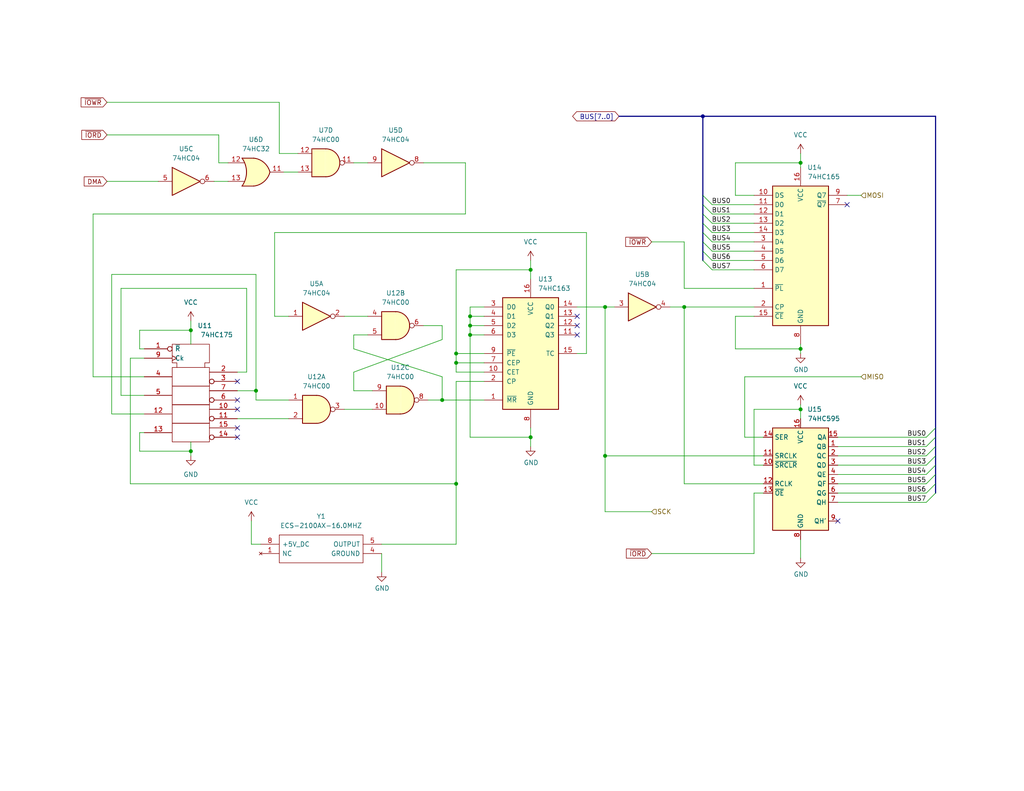
<source format=kicad_sch>
(kicad_sch (version 20211123) (generator eeschema)
  (paper "USLetter")
  (lib_symbols
    (symbol "74HCxx:74HC163" (pin_names (offset 1.016))
      (property "Reference" "U" (at -7.62 16.51 0))
      (property "Value" "74HC163" (at -7.62 -16.51 0))
      (symbol "74HC163_1_0"
        (pin input line (at -12.7 -12.7 0) (length 5.08) (name "~{MR}") (number "1"))
        (pin input line (at -12.7 -5.08 0) (length 5.08) (name "CET") (number "10"))
        (pin output line (at 12.7 5.08 180) (length 5.08) (name "Q3") (number "11"))
        (pin output line (at 12.7 7.62 180) (length 5.08) (name "Q2") (number "12"))
        (pin output line (at 12.7 10.16 180) (length 5.08) (name "Q1") (number "13"))
        (pin output line (at 12.7 12.7 180) (length 5.08) (name "Q0") (number "14"))
        (pin output line (at 12.7 0 180) (length 5.08) (name "TC") (number "15"))
        (pin power_in line (at 0 20.32 270) (length 5.08) (name "VCC") (number "16"))
        (pin input line (at -12.7 -7.62 0) (length 5.08) (name "CP") (number "2"))
        (pin input line (at -12.7 12.7 0) (length 5.08) (name "D0") (number "3"))
        (pin input line (at -12.7 10.16 0) (length 5.08) (name "D1") (number "4"))
        (pin input line (at -12.7 7.62 0) (length 5.08) (name "D2") (number "5"))
        (pin input line (at -12.7 5.08 0) (length 5.08) (name "D3") (number "6"))
        (pin input line (at -12.7 -2.54 0) (length 5.08) (name "CEP") (number "7"))
        (pin power_in line (at 0 -20.32 90) (length 5.08) (name "GND") (number "8"))
        (pin input line (at -12.7 0 0) (length 5.08) (name "~{PE}") (number "9"))
      )
      (symbol "74HC163_1_1"
        (rectangle (start -7.62 15.24) (end 7.62 -15.24) (stroke (width 0.254)) (fill (type background)))
      )
    )
    (symbol "74HCxx:74HC175" (pin_names (offset 0.762))
      (property "Reference" "U" (at 7.62 11.43 0))
      (property "Value" "74HC175" (at 7.62 -15.24 0))
      (symbol "74HC175_0_1"
        (rectangle (start -5.08 -8.89) (end 5.08 -13.97))
        (rectangle (start -5.08 1.27) (end 5.08 -3.81))
        (polyline (pts (xy -3.81 6.35) (xy -3.81 7.62) (xy -5.08 7.62) (xy -5.08 12.7) (xy 5.08 12.7) (xy 5.08 7.62) (xy 3.81 7.62) (xy 3.81 6.35) (xy 3.81 6.35)))
        (rectangle (start 5.08 -3.81) (end -5.08 -8.89))
        (rectangle (start 5.08 6.35) (end -5.08 1.27))
      )
      (symbol "74HC175_1_0"
        (pin input inverted (at -12.7 11.43 0) (length 7.62) (name "~{R}") (number "1"))
        (pin output line (at 12.7 -5.08 180) (length 7.62) (name "~") (number "10"))
        (pin output inverted (at 12.7 -7.62 180) (length 7.62) (name "~") (number "11"))
        (pin input line (at -12.7 -6.35 0) (length 7.62) (name "~") (number "12"))
        (pin input line (at -12.7 -11.43 0) (length 7.62) (name "~") (number "13"))
        (pin output inverted (at 12.7 -12.7 180) (length 7.62) (name "~") (number "14"))
        (pin output line (at 12.7 -10.16 180) (length 7.62) (name "~") (number "15"))
        (pin power_in line (at 0 12.7 270) (length 0) hide (name "Vdd") (number "16"))
        (pin output line (at 12.7 5.08 180) (length 7.62) (name "~") (number "2"))
        (pin output inverted (at 12.7 2.54 180) (length 7.62) (name "~") (number "3"))
        (pin input line (at -12.7 3.81 0) (length 7.62) (name "~") (number "4"))
        (pin input line (at -12.7 -1.27 0) (length 7.62) (name "~") (number "5"))
        (pin output inverted (at 12.7 -2.54 180) (length 7.62) (name "~") (number "6"))
        (pin output line (at 12.7 0 180) (length 7.62) (name "~") (number "7"))
        (pin power_in line (at 0 -13.97 270) (length 0) hide (name "Vss") (number "8"))
        (pin input clock (at -12.7 8.89 0) (length 7.62) (name "Ck") (number "9"))
      )
    )
    (symbol "74HCxx:74HC32" (pin_names (offset 1.016))
      (property "Reference" "U" (at 0 1.27 0))
      (property "Value" "74HC32" (at 0 -1.27 0))
      (symbol "74HC32_1_1"
        (arc (start -3.81 -3.81) (mid -2.589 0) (end -3.81 3.81) (stroke (width 0.254)))
        (arc (start -0.6096 -3.81) (mid 2.1842 -2.5851) (end 3.81 0) (stroke (width 0.254)) (fill (type background)))
        (polyline (pts (xy -3.81 -3.81) (xy -0.635 -3.81)) (stroke (width 0.254)) (fill (type background)))
        (polyline (pts (xy -3.81 3.81) (xy -0.635 3.81)) (stroke (width 0.254)) (fill (type background)))
        (polyline (pts (xy -0.635 3.81) (xy -3.81 3.81) (xy -3.81 3.81) (xy -3.556 3.4036) (xy -3.0226 2.2606) (xy -2.6924 1.0414) (xy -2.6162 -0.254) (xy -2.7686 -1.4986) (xy -3.175 -2.7178) (xy -3.81 -3.81) (xy -3.81 -3.81) (xy -0.635 -3.81)) (stroke (width -25.4)) (fill (type background)))
        (arc (start 3.81 0) (mid 2.1915 2.5936) (end -0.6096 3.81) (stroke (width 0.254)) (fill (type background)))
        (pin input line (at -7.62 2.54 0) (length 4.318) (name "~") (number "1"))
        (pin input line (at -7.62 -2.54 0) (length 4.318) (name "~") (number "2"))
        (pin output line (at 7.62 0 180) (length 3.81) (name "~") (number "3"))
      )
      (symbol "74HC32_1_2"
        (arc (start 0 -3.81) (mid 3.81 0) (end 0 3.81) (stroke (width 0.254)) (fill (type background)))
        (polyline (pts (xy 0 3.81) (xy -3.81 3.81) (xy -3.81 -3.81) (xy 0 -3.81)) (stroke (width 0.254)) (fill (type background)))
        (pin input inverted (at -7.62 2.54 0) (length 3.81) (name "~") (number "1"))
        (pin input inverted (at -7.62 -2.54 0) (length 3.81) (name "~") (number "2"))
        (pin output inverted (at 7.62 0 180) (length 3.81) (name "~") (number "3"))
      )
      (symbol "74HC32_2_1"
        (arc (start -3.81 -3.81) (mid -2.589 0) (end -3.81 3.81) (stroke (width 0.254)))
        (arc (start -0.6096 -3.81) (mid 2.1842 -2.5851) (end 3.81 0) (stroke (width 0.254)) (fill (type background)))
        (polyline (pts (xy -3.81 -3.81) (xy -0.635 -3.81)) (stroke (width 0.254)) (fill (type background)))
        (polyline (pts (xy -3.81 3.81) (xy -0.635 3.81)) (stroke (width 0.254)) (fill (type background)))
        (polyline (pts (xy -0.635 3.81) (xy -3.81 3.81) (xy -3.81 3.81) (xy -3.556 3.4036) (xy -3.0226 2.2606) (xy -2.6924 1.0414) (xy -2.6162 -0.254) (xy -2.7686 -1.4986) (xy -3.175 -2.7178) (xy -3.81 -3.81) (xy -3.81 -3.81) (xy -0.635 -3.81)) (stroke (width -25.4)) (fill (type background)))
        (arc (start 3.81 0) (mid 2.1915 2.5936) (end -0.6096 3.81) (stroke (width 0.254)) (fill (type background)))
        (pin input line (at -7.62 2.54 0) (length 4.318) (name "~") (number "4"))
        (pin input line (at -7.62 -2.54 0) (length 4.318) (name "~") (number "5"))
        (pin output line (at 7.62 0 180) (length 3.81) (name "~") (number "6"))
      )
      (symbol "74HC32_2_2"
        (arc (start 0 -3.81) (mid 3.81 0) (end 0 3.81) (stroke (width 0.254)) (fill (type background)))
        (polyline (pts (xy 0 3.81) (xy -3.81 3.81) (xy -3.81 -3.81) (xy 0 -3.81)) (stroke (width 0.254)) (fill (type background)))
        (pin input inverted (at -7.62 2.54 0) (length 3.81) (name "~") (number "4"))
        (pin input inverted (at -7.62 -2.54 0) (length 3.81) (name "~") (number "5"))
        (pin output inverted (at 7.62 0 180) (length 3.81) (name "~") (number "6"))
      )
      (symbol "74HC32_3_1"
        (arc (start -3.81 -3.81) (mid -2.589 0) (end -3.81 3.81) (stroke (width 0.254)))
        (arc (start -0.6096 -3.81) (mid 2.1842 -2.5851) (end 3.81 0) (stroke (width 0.254)) (fill (type background)))
        (polyline (pts (xy -3.81 -3.81) (xy -0.635 -3.81)) (stroke (width 0.254)) (fill (type background)))
        (polyline (pts (xy -3.81 3.81) (xy -0.635 3.81)) (stroke (width 0.254)) (fill (type background)))
        (polyline (pts (xy -0.635 3.81) (xy -3.81 3.81) (xy -3.81 3.81) (xy -3.556 3.4036) (xy -3.0226 2.2606) (xy -2.6924 1.0414) (xy -2.6162 -0.254) (xy -2.7686 -1.4986) (xy -3.175 -2.7178) (xy -3.81 -3.81) (xy -3.81 -3.81) (xy -0.635 -3.81)) (stroke (width -25.4)) (fill (type background)))
        (arc (start 3.81 0) (mid 2.1915 2.5936) (end -0.6096 3.81) (stroke (width 0.254)) (fill (type background)))
        (pin input line (at -7.62 -2.54 0) (length 4.318) (name "~") (number "10"))
        (pin output line (at 7.62 0 180) (length 3.81) (name "~") (number "8"))
        (pin input line (at -7.62 2.54 0) (length 4.318) (name "~") (number "9"))
      )
      (symbol "74HC32_3_2"
        (arc (start 0 -3.81) (mid 3.81 0) (end 0 3.81) (stroke (width 0.254)) (fill (type background)))
        (polyline (pts (xy 0 3.81) (xy -3.81 3.81) (xy -3.81 -3.81) (xy 0 -3.81)) (stroke (width 0.254)) (fill (type background)))
        (pin input inverted (at -7.62 -2.54 0) (length 3.81) (name "~") (number "10"))
        (pin output inverted (at 7.62 0 180) (length 3.81) (name "~") (number "8"))
        (pin input inverted (at -7.62 2.54 0) (length 3.81) (name "~") (number "9"))
      )
      (symbol "74HC32_4_1"
        (arc (start -3.81 -3.81) (mid -2.589 0) (end -3.81 3.81) (stroke (width 0.254)))
        (arc (start -0.6096 -3.81) (mid 2.1842 -2.5851) (end 3.81 0) (stroke (width 0.254)) (fill (type background)))
        (polyline (pts (xy -3.81 -3.81) (xy -0.635 -3.81)) (stroke (width 0.254)) (fill (type background)))
        (polyline (pts (xy -3.81 3.81) (xy -0.635 3.81)) (stroke (width 0.254)) (fill (type background)))
        (polyline (pts (xy -0.635 3.81) (xy -3.81 3.81) (xy -3.81 3.81) (xy -3.556 3.4036) (xy -3.0226 2.2606) (xy -2.6924 1.0414) (xy -2.6162 -0.254) (xy -2.7686 -1.4986) (xy -3.175 -2.7178) (xy -3.81 -3.81) (xy -3.81 -3.81) (xy -0.635 -3.81)) (stroke (width -25.4)) (fill (type background)))
        (arc (start 3.81 0) (mid 2.1915 2.5936) (end -0.6096 3.81) (stroke (width 0.254)) (fill (type background)))
        (pin output line (at 7.62 0 180) (length 3.81) (name "~") (number "11"))
        (pin input line (at -7.62 2.54 0) (length 4.318) (name "~") (number "12"))
        (pin input line (at -7.62 -2.54 0) (length 4.318) (name "~") (number "13"))
      )
      (symbol "74HC32_4_2"
        (arc (start 0 -3.81) (mid 3.81 0) (end 0 3.81) (stroke (width 0.254)) (fill (type background)))
        (polyline (pts (xy 0 3.81) (xy -3.81 3.81) (xy -3.81 -3.81) (xy 0 -3.81)) (stroke (width 0.254)) (fill (type background)))
        (pin output inverted (at 7.62 0 180) (length 3.81) (name "~") (number "11"))
        (pin input inverted (at -7.62 2.54 0) (length 3.81) (name "~") (number "12"))
        (pin input inverted (at -7.62 -2.54 0) (length 3.81) (name "~") (number "13"))
      )
      (symbol "74HC32_5_0"
        (pin power_in line (at 0 12.7 270) (length 5.08) (name "VCC") (number "14"))
        (pin power_in line (at 0 -12.7 90) (length 5.08) (name "GND") (number "7"))
      )
      (symbol "74HC32_5_1"
        (rectangle (start -5.08 7.62) (end 5.08 -7.62) (stroke (width 0.254)) (fill (type background)))
      )
    )
    (symbol "74xx:74HC00" (pin_names (offset 1.016))
      (property "Reference" "U" (at 0 1.27 0))
      (property "Value" "74HC00" (at 0 -1.27 0))
      (symbol "74HC00_1_1"
        (arc (start 0 -3.81) (mid 3.81 0) (end 0 3.81) (stroke (width 0.254)) (fill (type background)))
        (polyline (pts (xy 0 3.81) (xy -3.81 3.81) (xy -3.81 -3.81) (xy 0 -3.81)) (stroke (width 0.254)) (fill (type background)))
        (pin input line (at -7.62 2.54 0) (length 3.81) (name "~") (number "1"))
        (pin input line (at -7.62 -2.54 0) (length 3.81) (name "~") (number "2"))
        (pin output inverted (at 7.62 0 180) (length 3.81) (name "~") (number "3"))
      )
      (symbol "74HC00_1_2"
        (arc (start -3.81 -3.81) (mid -2.589 0) (end -3.81 3.81) (stroke (width 0.254)))
        (arc (start -0.6096 -3.81) (mid 2.1842 -2.5851) (end 3.81 0) (stroke (width 0.254)) (fill (type background)))
        (polyline (pts (xy -3.81 -3.81) (xy -0.635 -3.81)) (stroke (width 0.254)) (fill (type background)))
        (polyline (pts (xy -3.81 3.81) (xy -0.635 3.81)) (stroke (width 0.254)) (fill (type background)))
        (polyline (pts (xy -0.635 3.81) (xy -3.81 3.81) (xy -3.81 3.81) (xy -3.556 3.4036) (xy -3.0226 2.2606) (xy -2.6924 1.0414) (xy -2.6162 -0.254) (xy -2.7686 -1.4986) (xy -3.175 -2.7178) (xy -3.81 -3.81) (xy -3.81 -3.81) (xy -0.635 -3.81)) (stroke (width -25.4)) (fill (type background)))
        (arc (start 3.81 0) (mid 2.1915 2.5936) (end -0.6096 3.81) (stroke (width 0.254)) (fill (type background)))
        (pin input inverted (at -7.62 2.54 0) (length 4.318) (name "~") (number "1"))
        (pin input inverted (at -7.62 -2.54 0) (length 4.318) (name "~") (number "2"))
        (pin output line (at 7.62 0 180) (length 3.81) (name "~") (number "3"))
      )
      (symbol "74HC00_2_1"
        (arc (start 0 -3.81) (mid 3.81 0) (end 0 3.81) (stroke (width 0.254)) (fill (type background)))
        (polyline (pts (xy 0 3.81) (xy -3.81 3.81) (xy -3.81 -3.81) (xy 0 -3.81)) (stroke (width 0.254)) (fill (type background)))
        (pin input line (at -7.62 2.54 0) (length 3.81) (name "~") (number "4"))
        (pin input line (at -7.62 -2.54 0) (length 3.81) (name "~") (number "5"))
        (pin output inverted (at 7.62 0 180) (length 3.81) (name "~") (number "6"))
      )
      (symbol "74HC00_2_2"
        (arc (start -3.81 -3.81) (mid -2.589 0) (end -3.81 3.81) (stroke (width 0.254)))
        (arc (start -0.6096 -3.81) (mid 2.1842 -2.5851) (end 3.81 0) (stroke (width 0.254)) (fill (type background)))
        (polyline (pts (xy -3.81 -3.81) (xy -0.635 -3.81)) (stroke (width 0.254)) (fill (type background)))
        (polyline (pts (xy -3.81 3.81) (xy -0.635 3.81)) (stroke (width 0.254)) (fill (type background)))
        (polyline (pts (xy -0.635 3.81) (xy -3.81 3.81) (xy -3.81 3.81) (xy -3.556 3.4036) (xy -3.0226 2.2606) (xy -2.6924 1.0414) (xy -2.6162 -0.254) (xy -2.7686 -1.4986) (xy -3.175 -2.7178) (xy -3.81 -3.81) (xy -3.81 -3.81) (xy -0.635 -3.81)) (stroke (width -25.4)) (fill (type background)))
        (arc (start 3.81 0) (mid 2.1915 2.5936) (end -0.6096 3.81) (stroke (width 0.254)) (fill (type background)))
        (pin input inverted (at -7.62 2.54 0) (length 4.318) (name "~") (number "4"))
        (pin input inverted (at -7.62 -2.54 0) (length 4.318) (name "~") (number "5"))
        (pin output line (at 7.62 0 180) (length 3.81) (name "~") (number "6"))
      )
      (symbol "74HC00_3_1"
        (arc (start 0 -3.81) (mid 3.81 0) (end 0 3.81) (stroke (width 0.254)) (fill (type background)))
        (polyline (pts (xy 0 3.81) (xy -3.81 3.81) (xy -3.81 -3.81) (xy 0 -3.81)) (stroke (width 0.254)) (fill (type background)))
        (pin input line (at -7.62 -2.54 0) (length 3.81) (name "~") (number "10"))
        (pin output inverted (at 7.62 0 180) (length 3.81) (name "~") (number "8"))
        (pin input line (at -7.62 2.54 0) (length 3.81) (name "~") (number "9"))
      )
      (symbol "74HC00_3_2"
        (arc (start -3.81 -3.81) (mid -2.589 0) (end -3.81 3.81) (stroke (width 0.254)))
        (arc (start -0.6096 -3.81) (mid 2.1842 -2.5851) (end 3.81 0) (stroke (width 0.254)) (fill (type background)))
        (polyline (pts (xy -3.81 -3.81) (xy -0.635 -3.81)) (stroke (width 0.254)) (fill (type background)))
        (polyline (pts (xy -3.81 3.81) (xy -0.635 3.81)) (stroke (width 0.254)) (fill (type background)))
        (polyline (pts (xy -0.635 3.81) (xy -3.81 3.81) (xy -3.81 3.81) (xy -3.556 3.4036) (xy -3.0226 2.2606) (xy -2.6924 1.0414) (xy -2.6162 -0.254) (xy -2.7686 -1.4986) (xy -3.175 -2.7178) (xy -3.81 -3.81) (xy -3.81 -3.81) (xy -0.635 -3.81)) (stroke (width -25.4)) (fill (type background)))
        (arc (start 3.81 0) (mid 2.1915 2.5936) (end -0.6096 3.81) (stroke (width 0.254)) (fill (type background)))
        (pin input inverted (at -7.62 -2.54 0) (length 4.318) (name "~") (number "10"))
        (pin output line (at 7.62 0 180) (length 3.81) (name "~") (number "8"))
        (pin input inverted (at -7.62 2.54 0) (length 4.318) (name "~") (number "9"))
      )
      (symbol "74HC00_4_1"
        (arc (start 0 -3.81) (mid 3.81 0) (end 0 3.81) (stroke (width 0.254)) (fill (type background)))
        (polyline (pts (xy 0 3.81) (xy -3.81 3.81) (xy -3.81 -3.81) (xy 0 -3.81)) (stroke (width 0.254)) (fill (type background)))
        (pin output inverted (at 7.62 0 180) (length 3.81) (name "~") (number "11"))
        (pin input line (at -7.62 2.54 0) (length 3.81) (name "~") (number "12"))
        (pin input line (at -7.62 -2.54 0) (length 3.81) (name "~") (number "13"))
      )
      (symbol "74HC00_4_2"
        (arc (start -3.81 -3.81) (mid -2.589 0) (end -3.81 3.81) (stroke (width 0.254)))
        (arc (start -0.6096 -3.81) (mid 2.1842 -2.5851) (end 3.81 0) (stroke (width 0.254)) (fill (type background)))
        (polyline (pts (xy -3.81 -3.81) (xy -0.635 -3.81)) (stroke (width 0.254)) (fill (type background)))
        (polyline (pts (xy -3.81 3.81) (xy -0.635 3.81)) (stroke (width 0.254)) (fill (type background)))
        (polyline (pts (xy -0.635 3.81) (xy -3.81 3.81) (xy -3.81 3.81) (xy -3.556 3.4036) (xy -3.0226 2.2606) (xy -2.6924 1.0414) (xy -2.6162 -0.254) (xy -2.7686 -1.4986) (xy -3.175 -2.7178) (xy -3.81 -3.81) (xy -3.81 -3.81) (xy -0.635 -3.81)) (stroke (width -25.4)) (fill (type background)))
        (arc (start 3.81 0) (mid 2.1915 2.5936) (end -0.6096 3.81) (stroke (width 0.254)) (fill (type background)))
        (pin output line (at 7.62 0 180) (length 3.81) (name "~") (number "11"))
        (pin input inverted (at -7.62 2.54 0) (length 4.318) (name "~") (number "12"))
        (pin input inverted (at -7.62 -2.54 0) (length 4.318) (name "~") (number "13"))
      )
      (symbol "74HC00_5_0"
        (pin power_in line (at 0 12.7 270) (length 5.08) (name "VCC") (number "14"))
        (pin power_in line (at 0 -12.7 90) (length 5.08) (name "GND") (number "7"))
      )
      (symbol "74HC00_5_1"
        (rectangle (start -5.08 7.62) (end 5.08 -7.62) (stroke (width 0.254)) (fill (type background)))
      )
    )
    (symbol "74xx:74HC04"
      (property "Reference" "U" (at 0 1.27 0))
      (property "Value" "74HC04" (at 0 -1.27 0))
      (symbol "74HC04_1_0"
        (polyline (pts (xy -3.81 3.81) (xy -3.81 -3.81) (xy 3.81 0) (xy -3.81 3.81)) (stroke (width 0.254)) (fill (type background)))
        (pin input line (at -7.62 0 0) (length 3.81) (name "~") (number "1"))
        (pin output inverted (at 7.62 0 180) (length 3.81) (name "~") (number "2"))
      )
      (symbol "74HC04_2_0"
        (polyline (pts (xy -3.81 3.81) (xy -3.81 -3.81) (xy 3.81 0) (xy -3.81 3.81)) (stroke (width 0.254)) (fill (type background)))
        (pin input line (at -7.62 0 0) (length 3.81) (name "~") (number "3"))
        (pin output inverted (at 7.62 0 180) (length 3.81) (name "~") (number "4"))
      )
      (symbol "74HC04_3_0"
        (polyline (pts (xy -3.81 3.81) (xy -3.81 -3.81) (xy 3.81 0) (xy -3.81 3.81)) (stroke (width 0.254)) (fill (type background)))
        (pin input line (at -7.62 0 0) (length 3.81) (name "~") (number "5"))
        (pin output inverted (at 7.62 0 180) (length 3.81) (name "~") (number "6"))
      )
      (symbol "74HC04_4_0"
        (polyline (pts (xy -3.81 3.81) (xy -3.81 -3.81) (xy 3.81 0) (xy -3.81 3.81)) (stroke (width 0.254)) (fill (type background)))
        (pin output inverted (at 7.62 0 180) (length 3.81) (name "~") (number "8"))
        (pin input line (at -7.62 0 0) (length 3.81) (name "~") (number "9"))
      )
      (symbol "74HC04_5_0"
        (polyline (pts (xy -3.81 3.81) (xy -3.81 -3.81) (xy 3.81 0) (xy -3.81 3.81)) (stroke (width 0.254)) (fill (type background)))
        (pin output inverted (at 7.62 0 180) (length 3.81) (name "~") (number "10"))
        (pin input line (at -7.62 0 0) (length 3.81) (name "~") (number "11"))
      )
      (symbol "74HC04_6_0"
        (polyline (pts (xy -3.81 3.81) (xy -3.81 -3.81) (xy 3.81 0) (xy -3.81 3.81)) (stroke (width 0.254)) (fill (type background)))
        (pin output inverted (at 7.62 0 180) (length 3.81) (name "~") (number "12"))
        (pin input line (at -7.62 0 0) (length 3.81) (name "~") (number "13"))
      )
      (symbol "74HC04_7_0"
        (pin power_in line (at 0 12.7 270) (length 5.08) (name "VCC") (number "14"))
        (pin power_in line (at 0 -12.7 90) (length 5.08) (name "GND") (number "7"))
      )
      (symbol "74HC04_7_1"
        (rectangle (start -5.08 7.62) (end 5.08 -7.62) (stroke (width 0.254)) (fill (type background)))
      )
    )
    (symbol "74xx:74HC165"
      (property "Reference" "U" (at -7.62 19.05 0))
      (property "Value" "74HC165" (at -7.62 -21.59 0))
      (symbol "74HC165_1_0"
        (pin input line (at -12.7 -10.16 0) (length 5.08) (name "~{PL}") (number "1"))
        (pin input line (at -12.7 15.24 0) (length 5.08) (name "DS") (number "10"))
        (pin input line (at -12.7 12.7 0) (length 5.08) (name "D0") (number "11"))
        (pin input line (at -12.7 10.16 0) (length 5.08) (name "D1") (number "12"))
        (pin input line (at -12.7 7.62 0) (length 5.08) (name "D2") (number "13"))
        (pin input line (at -12.7 5.08 0) (length 5.08) (name "D3") (number "14"))
        (pin input line (at -12.7 -17.78 0) (length 5.08) (name "~{CE}") (number "15"))
        (pin power_in line (at 0 22.86 270) (length 5.08) (name "VCC") (number "16"))
        (pin input line (at -12.7 -15.24 0) (length 5.08) (name "CP") (number "2"))
        (pin input line (at -12.7 2.54 0) (length 5.08) (name "D4") (number "3"))
        (pin input line (at -12.7 0 0) (length 5.08) (name "D5") (number "4"))
        (pin input line (at -12.7 -2.54 0) (length 5.08) (name "D6") (number "5"))
        (pin input line (at -12.7 -5.08 0) (length 5.08) (name "D7") (number "6"))
        (pin output line (at 12.7 12.7 180) (length 5.08) (name "~{Q7}") (number "7"))
        (pin power_in line (at 0 -25.4 90) (length 5.08) (name "GND") (number "8"))
        (pin output line (at 12.7 15.24 180) (length 5.08) (name "Q7") (number "9"))
      )
      (symbol "74HC165_1_1"
        (rectangle (start -7.62 17.78) (end 7.62 -20.32) (stroke (width 0.254)) (fill (type background)))
      )
    )
    (symbol "74xx:74HC595"
      (property "Reference" "U" (at -7.62 13.97 0))
      (property "Value" "74HC595" (at -7.62 -16.51 0))
      (symbol "74HC595_1_0"
        (pin tri_state line (at 10.16 7.62 180) (length 2.54) (name "QB") (number "1"))
        (pin input line (at -10.16 2.54 0) (length 2.54) (name "~{SRCLR}") (number "10"))
        (pin input line (at -10.16 5.08 0) (length 2.54) (name "SRCLK") (number "11"))
        (pin input line (at -10.16 -2.54 0) (length 2.54) (name "RCLK") (number "12"))
        (pin input line (at -10.16 -5.08 0) (length 2.54) (name "~{OE}") (number "13"))
        (pin input line (at -10.16 10.16 0) (length 2.54) (name "SER") (number "14"))
        (pin tri_state line (at 10.16 10.16 180) (length 2.54) (name "QA") (number "15"))
        (pin power_in line (at 0 15.24 270) (length 2.54) (name "VCC") (number "16"))
        (pin tri_state line (at 10.16 5.08 180) (length 2.54) (name "QC") (number "2"))
        (pin tri_state line (at 10.16 2.54 180) (length 2.54) (name "QD") (number "3"))
        (pin tri_state line (at 10.16 0 180) (length 2.54) (name "QE") (number "4"))
        (pin tri_state line (at 10.16 -2.54 180) (length 2.54) (name "QF") (number "5"))
        (pin tri_state line (at 10.16 -5.08 180) (length 2.54) (name "QG") (number "6"))
        (pin tri_state line (at 10.16 -7.62 180) (length 2.54) (name "QH") (number "7"))
        (pin power_in line (at 0 -17.78 90) (length 2.54) (name "GND") (number "8"))
        (pin output line (at 10.16 -12.7 180) (length 2.54) (name "QH'") (number "9"))
      )
      (symbol "74HC595_1_1"
        (rectangle (start -7.62 12.7) (end 7.62 -15.24) (stroke (width 0.254)) (fill (type background)))
      )
    )
    (symbol "SamacSys_Parts:ECS-2100AX-16.0MHZ" (pin_names (offset 0.762))
      (property "Reference" "Y" (at 29.21 7.62 0))
      (property "Value" "ECS-2100AX-16.0MHZ" (at 29.21 5.08 0))
      (symbol "ECS-2100AX-16.0MHZ_0_0"
        (pin no_connect line (at 0 -2.54 0) (length 5.08) (name "NC") (number "1"))
        (pin passive line (at 33.02 -2.54 180) (length 5.08) (name "GROUND") (number "4"))
        (pin passive line (at 33.02 0 180) (length 5.08) (name "OUTPUT") (number "5"))
        (pin passive line (at 0 0 0) (length 5.08) (name "+5V_DC") (number "8"))
      )
      (symbol "ECS-2100AX-16.0MHZ_0_1"
        (polyline (pts (xy 5.08 2.54) (xy 27.94 2.54) (xy 27.94 -5.08) (xy 5.08 -5.08) (xy 5.08 2.54)) (stroke (width 0.1524)))
      )
    )
    (symbol "power:GND" (power) (pin_names (offset 0))
      (property "Value" "GND" (at 0 -3.81 0))
      (symbol "GND_0_1"
        (polyline (pts (xy 0 0) (xy 0 -1.27) (xy 1.27 -1.27) (xy 0 -2.54) (xy -1.27 -1.27) (xy 0 -1.27)))
      )
      (symbol "GND_1_1"
        (pin power_in line (at 0 0 270) (length 0) hide (name "GND") (number "1"))
      )
    )
    (symbol "power:VCC" (power) (pin_names (offset 0))
      (property "Value" "VCC" (at 0 3.81 0))
      (symbol "VCC_0_1"
        (polyline (pts (xy -0.762 1.27) (xy 0 2.54)))
        (polyline (pts (xy 0 0) (xy 0 2.54)))
        (polyline (pts (xy 0 2.54) (xy 0.762 1.27)))
      )
      (symbol "VCC_1_1"
        (pin power_in line (at 0 0 90) (length 0) hide (name "VCC") (number "1"))
      )
    )
  )
  (junction (at 120.65 109.22))
  (junction (at 218.44 44.45))
  (junction (at 165.1 124.46))
  (junction (at 144.78 119.38))
  (junction (at 69.85 106.68))
  (junction (at 52.07 90.17))
  (junction (at 52.07 123.19))
  (junction (at 218.44 95.25))
  (junction (at 128.27 86.36))
  (junction (at 124.46 99.06))
  (junction (at 218.44 111.76))
  (junction (at 186.69 83.82))
  (junction (at 165.1 83.82))
  (junction (at 128.27 91.44))
  (junction (at 124.46 132.08))
  (junction (at 191.77 31.75))
  (junction (at 128.27 88.9))
  (junction (at 144.78 73.66))
  (junction (at 124.46 96.52))
  (no_connect (at 157.48 91.44))
  (no_connect (at 157.48 88.9))
  (no_connect (at 157.48 86.36))
  (no_connect (at 231.14 55.88))
  (no_connect (at 228.6 142.24))
  (no_connect (at 64.77 116.84))
  (no_connect (at 64.77 119.38))
  (no_connect (at 64.77 104.14))
  (no_connect (at 64.77 109.22))
  (no_connect (at 64.77 111.76))
  (bus_entry (at 191.77 58.42) (size 2.54 2.54))
  (bus_entry (at 252.73 132.08) (size 2.54 -2.54))
  (bus_entry (at 191.77 63.5) (size 2.54 2.54))
  (bus_entry (at 252.73 121.92) (size 2.54 -2.54))
  (bus_entry (at 191.77 60.96) (size 2.54 2.54))
  (bus_entry (at 252.73 129.54) (size 2.54 -2.54))
  (bus_entry (at 191.77 68.58) (size 2.54 2.54))
  (bus_entry (at 252.73 127) (size 2.54 -2.54))
  (bus_entry (at 252.73 119.38) (size 2.54 -2.54))
  (bus_entry (at 252.73 137.16) (size 2.54 -2.54))
  (bus_entry (at 191.77 71.12) (size 2.54 2.54))
  (bus_entry (at 252.73 134.62) (size 2.54 -2.54))
  (bus_entry (at 191.77 66.04) (size 2.54 2.54))
  (bus_entry (at 191.77 55.88) (size 2.54 2.54))
  (bus_entry (at 252.73 124.46) (size 2.54 -2.54))
  (bus_entry (at 191.77 53.34) (size 2.54 2.54))
  (wire (pts (xy 194.31 63.5) (xy 205.74 63.5)))
  (wire (pts (xy 200.66 53.34) (xy 205.74 53.34)))
  (bus (pts (xy 191.77 31.75) (xy 191.77 53.34)))
  (wire (pts (xy 194.31 68.58) (xy 205.74 68.58)))
  (wire (pts (xy 228.6 137.16) (xy 252.73 137.16)))
  (wire (pts (xy 228.6 127) (xy 252.73 127)))
  (wire (pts (xy 177.8 151.13) (xy 205.74 151.13)))
  (wire (pts (xy 182.88 83.82) (xy 186.69 83.82)))
  (wire (pts (xy 38.1 95.25) (xy 38.1 90.17)))
  (wire (pts (xy 76.2 41.91) (xy 76.2 27.94)))
  (wire (pts (xy 69.85 109.22) (xy 78.74 109.22)))
  (wire (pts (xy 165.1 83.82) (xy 167.64 83.82)))
  (wire (pts (xy 144.78 73.66) (xy 144.78 76.2)))
  (wire (pts (xy 74.93 63.5) (xy 160.02 63.5)))
  (wire (pts (xy 186.69 132.08) (xy 186.69 83.82)))
  (wire (pts (xy 39.37 118.11) (xy 38.1 118.11)))
  (wire (pts (xy 96.52 95.25) (xy 96.52 91.44)))
  (wire (pts (xy 25.4 58.42) (xy 127 58.42)))
  (wire (pts (xy 228.6 119.38) (xy 252.73 119.38)))
  (wire (pts (xy 218.44 147.32) (xy 218.44 152.4)))
  (wire (pts (xy 203.2 119.38) (xy 208.28 119.38)))
  (wire (pts (xy 165.1 83.82) (xy 165.1 124.46)))
  (wire (pts (xy 96.52 91.44) (xy 100.33 91.44)))
  (wire (pts (xy 52.07 87.63) (xy 52.07 90.17)))
  (wire (pts (xy 52.07 90.17) (xy 52.07 93.98)))
  (bus (pts (xy 168.91 31.75) (xy 191.77 31.75)))
  (wire (pts (xy 62.23 44.45) (xy 59.69 44.45)))
  (wire (pts (xy 144.78 116.84) (xy 144.78 119.38)))
  (bus (pts (xy 191.77 31.75) (xy 255.27 31.75)))
  (wire (pts (xy 124.46 99.06) (xy 124.46 96.52)))
  (wire (pts (xy 124.46 104.14) (xy 124.46 132.08)))
  (wire (pts (xy 128.27 88.9) (xy 128.27 86.36)))
  (wire (pts (xy 218.44 96.52) (xy 218.44 95.25)))
  (wire (pts (xy 33.02 107.95) (xy 33.02 78.74)))
  (wire (pts (xy 200.66 95.25) (xy 218.44 95.25)))
  (wire (pts (xy 231.14 53.34) (xy 234.95 53.34)))
  (wire (pts (xy 160.02 63.5) (xy 160.02 96.52)))
  (wire (pts (xy 124.46 104.14) (xy 132.08 104.14)))
  (wire (pts (xy 144.78 71.12) (xy 144.78 73.66)))
  (wire (pts (xy 116.84 109.22) (xy 120.65 109.22)))
  (bus (pts (xy 191.77 58.42) (xy 191.77 60.96)))
  (bus (pts (xy 191.77 55.88) (xy 191.77 58.42)))
  (wire (pts (xy 186.69 132.08) (xy 208.28 132.08)))
  (wire (pts (xy 35.56 132.08) (xy 124.46 132.08)))
  (wire (pts (xy 194.31 73.66) (xy 205.74 73.66)))
  (wire (pts (xy 218.44 45.72) (xy 218.44 44.45)))
  (wire (pts (xy 52.07 120.65) (xy 52.07 123.19)))
  (wire (pts (xy 205.74 127) (xy 205.74 111.76)))
  (wire (pts (xy 132.08 109.22) (xy 120.65 109.22)))
  (wire (pts (xy 120.65 109.22) (xy 120.65 102.87)))
  (wire (pts (xy 200.66 86.36) (xy 200.66 95.25)))
  (bus (pts (xy 255.27 119.38) (xy 255.27 121.92)))
  (wire (pts (xy 194.31 71.12) (xy 205.74 71.12)))
  (wire (pts (xy 128.27 119.38) (xy 144.78 119.38)))
  (wire (pts (xy 165.1 124.46) (xy 208.28 124.46)))
  (wire (pts (xy 160.02 96.52) (xy 157.48 96.52)))
  (wire (pts (xy 194.31 60.96) (xy 205.74 60.96)))
  (bus (pts (xy 255.27 116.84) (xy 255.27 119.38)))
  (wire (pts (xy 35.56 97.79) (xy 35.56 132.08)))
  (wire (pts (xy 93.98 86.36) (xy 100.33 86.36)))
  (wire (pts (xy 200.66 86.36) (xy 205.74 86.36)))
  (wire (pts (xy 39.37 113.03) (xy 30.48 113.03)))
  (wire (pts (xy 218.44 110.49) (xy 218.44 111.76)))
  (wire (pts (xy 29.21 49.53) (xy 43.18 49.53)))
  (wire (pts (xy 30.48 113.03) (xy 30.48 74.93)))
  (wire (pts (xy 67.31 78.74) (xy 67.31 101.6)))
  (wire (pts (xy 115.57 88.9) (xy 120.65 88.9)))
  (wire (pts (xy 93.98 111.76) (xy 101.6 111.76)))
  (wire (pts (xy 218.44 95.25) (xy 218.44 93.98)))
  (bus (pts (xy 255.27 124.46) (xy 255.27 127)))
  (wire (pts (xy 96.52 101.6) (xy 96.52 106.68)))
  (wire (pts (xy 186.69 83.82) (xy 205.74 83.82)))
  (wire (pts (xy 127 44.45) (xy 115.57 44.45)))
  (wire (pts (xy 35.56 97.79) (xy 39.37 97.79)))
  (bus (pts (xy 255.27 129.54) (xy 255.27 132.08)))
  (wire (pts (xy 228.6 121.92) (xy 252.73 121.92)))
  (wire (pts (xy 208.28 134.62) (xy 205.74 134.62)))
  (wire (pts (xy 203.2 102.87) (xy 203.2 119.38)))
  (wire (pts (xy 52.07 123.19) (xy 52.07 124.46)))
  (wire (pts (xy 132.08 88.9) (xy 128.27 88.9)))
  (wire (pts (xy 38.1 118.11) (xy 38.1 123.19)))
  (wire (pts (xy 208.28 127) (xy 205.74 127)))
  (wire (pts (xy 96.52 106.68) (xy 101.6 106.68)))
  (wire (pts (xy 128.27 86.36) (xy 128.27 83.82)))
  (wire (pts (xy 58.42 49.53) (xy 62.23 49.53)))
  (wire (pts (xy 128.27 91.44) (xy 128.27 88.9)))
  (wire (pts (xy 77.47 46.99) (xy 81.28 46.99)))
  (wire (pts (xy 30.48 74.93) (xy 69.85 74.93)))
  (wire (pts (xy 69.85 74.93) (xy 69.85 106.68)))
  (wire (pts (xy 104.14 151.13) (xy 104.14 156.21)))
  (bus (pts (xy 191.77 53.34) (xy 191.77 55.88)))
  (wire (pts (xy 132.08 101.6) (xy 124.46 101.6)))
  (wire (pts (xy 144.78 119.38) (xy 144.78 121.92)))
  (wire (pts (xy 74.93 86.36) (xy 74.93 63.5)))
  (wire (pts (xy 124.46 132.08) (xy 124.46 148.59)))
  (wire (pts (xy 157.48 83.82) (xy 165.1 83.82)))
  (wire (pts (xy 127 58.42) (xy 127 44.45)))
  (bus (pts (xy 191.77 66.04) (xy 191.77 68.58)))
  (wire (pts (xy 76.2 41.91) (xy 81.28 41.91)))
  (wire (pts (xy 218.44 111.76) (xy 218.44 114.3)))
  (bus (pts (xy 191.77 68.58) (xy 191.77 71.12)))
  (wire (pts (xy 132.08 86.36) (xy 128.27 86.36)))
  (wire (pts (xy 68.58 148.59) (xy 71.12 148.59)))
  (wire (pts (xy 67.31 101.6) (xy 64.77 101.6)))
  (wire (pts (xy 39.37 95.25) (xy 38.1 95.25)))
  (wire (pts (xy 33.02 107.95) (xy 39.37 107.95)))
  (wire (pts (xy 132.08 99.06) (xy 124.46 99.06)))
  (wire (pts (xy 218.44 44.45) (xy 218.44 41.91)))
  (wire (pts (xy 194.31 55.88) (xy 205.74 55.88)))
  (wire (pts (xy 33.02 78.74) (xy 67.31 78.74)))
  (wire (pts (xy 124.46 73.66) (xy 144.78 73.66)))
  (wire (pts (xy 25.4 102.87) (xy 25.4 58.42)))
  (wire (pts (xy 200.66 44.45) (xy 218.44 44.45)))
  (wire (pts (xy 120.65 92.71) (xy 96.52 101.6)))
  (wire (pts (xy 205.74 111.76) (xy 218.44 111.76)))
  (wire (pts (xy 96.52 44.45) (xy 100.33 44.45)))
  (wire (pts (xy 64.77 106.68) (xy 69.85 106.68)))
  (bus (pts (xy 191.77 63.5) (xy 191.77 66.04)))
  (wire (pts (xy 228.6 134.62) (xy 252.73 134.62)))
  (bus (pts (xy 255.27 116.84) (xy 255.27 31.75)))
  (bus (pts (xy 255.27 127) (xy 255.27 129.54)))
  (wire (pts (xy 124.46 96.52) (xy 124.46 73.66)))
  (bus (pts (xy 191.77 60.96) (xy 191.77 63.5)))
  (wire (pts (xy 194.31 66.04) (xy 205.74 66.04)))
  (wire (pts (xy 38.1 123.19) (xy 52.07 123.19)))
  (wire (pts (xy 228.6 124.46) (xy 252.73 124.46)))
  (wire (pts (xy 128.27 83.82) (xy 132.08 83.82)))
  (wire (pts (xy 200.66 53.34) (xy 200.66 44.45)))
  (wire (pts (xy 186.69 66.04) (xy 186.69 78.74)))
  (wire (pts (xy 205.74 134.62) (xy 205.74 151.13)))
  (wire (pts (xy 78.74 86.36) (xy 74.93 86.36)))
  (bus (pts (xy 255.27 132.08) (xy 255.27 134.62)))
  (wire (pts (xy 124.46 101.6) (xy 124.46 99.06)))
  (wire (pts (xy 76.2 27.94) (xy 29.21 27.94)))
  (wire (pts (xy 69.85 106.68) (xy 69.85 109.22)))
  (wire (pts (xy 96.52 95.25) (xy 120.65 102.87)))
  (wire (pts (xy 165.1 139.7) (xy 177.8 139.7)))
  (wire (pts (xy 25.4 102.87) (xy 39.37 102.87)))
  (wire (pts (xy 228.6 132.08) (xy 252.73 132.08)))
  (wire (pts (xy 64.77 114.3) (xy 78.74 114.3)))
  (wire (pts (xy 234.95 102.87) (xy 203.2 102.87)))
  (wire (pts (xy 177.8 66.04) (xy 186.69 66.04)))
  (wire (pts (xy 38.1 90.17) (xy 52.07 90.17)))
  (wire (pts (xy 132.08 91.44) (xy 128.27 91.44)))
  (wire (pts (xy 128.27 91.44) (xy 128.27 119.38)))
  (wire (pts (xy 59.69 36.83) (xy 29.21 36.83)))
  (wire (pts (xy 194.31 58.42) (xy 205.74 58.42)))
  (wire (pts (xy 59.69 44.45) (xy 59.69 36.83)))
  (wire (pts (xy 165.1 124.46) (xy 165.1 139.7)))
  (wire (pts (xy 104.14 148.59) (xy 124.46 148.59)))
  (wire (pts (xy 132.08 96.52) (xy 124.46 96.52)))
  (wire (pts (xy 120.65 92.71) (xy 120.65 88.9)))
  (wire (pts (xy 68.58 142.24) (xy 68.58 148.59)))
  (wire (pts (xy 228.6 129.54) (xy 252.73 129.54)))
  (wire (pts (xy 186.69 78.74) (xy 205.74 78.74)))
  (bus (pts (xy 255.27 121.92) (xy 255.27 124.46)))
  (label "BUS1" (at 252.73 121.92 180))
  (label "BUS4" (at 199.39 66.04 180))
  (label "BUS4" (at 252.73 129.54 180))
  (label "BUS0" (at 252.73 119.38 180))
  (label "BUS3" (at 199.39 63.5 180))
  (label "BUS5" (at 252.73 132.08 180))
  (label "BUS7" (at 252.73 137.16 180))
  (label "BUS6" (at 252.73 134.62 180))
  (label "BUS7" (at 199.39 73.66 180))
  (label "BUS2" (at 199.39 60.96 180))
  (label "BUS0" (at 199.39 55.88 180))
  (label "BUS5" (at 199.39 68.58 180))
  (label "BUS2" (at 252.73 124.46 180))
  (label "BUS3" (at 252.73 127 180))
  (label "BUS1" (at 199.39 58.42 180))
  (label "BUS6" (at 199.39 71.12 180))
  (global_label "DMA" (shape input) (at 29.21 49.53 180) (property "Intersheet References" "${INTERSHEET_REFS}" (effects hide)))
  (global_label "BUS[7..0]" (shape bidirectional) (at 168.91 31.75 180) (property "Intersheet References" "${INTERSHEET_REFS}" (effects hide)))
  (global_label "~{IORD}" (shape input) (at 29.21 36.83 180) (property "Intersheet References" "${INTERSHEET_REFS}" (effects hide)))
  (global_label "~{IOWR}" (shape input) (at 29.21 27.94 180) (property "Intersheet References" "${INTERSHEET_REFS}" (effects hide)))
  (global_label "~{IORD}" (shape input) (at 177.8 151.13 180) (property "Intersheet References" "${INTERSHEET_REFS}" (effects hide)))
  (global_label "~{IOWR}" (shape input) (at 177.8 66.04 180) (property "Intersheet References" "${INTERSHEET_REFS}" (effects hide)))
  (hierarchical_label "SCK" (shape input) (at 177.8 139.7 0))
  (hierarchical_label "MOSI" (shape input) (at 234.95 53.34 0))
  (hierarchical_label "MISO" (shape input) (at 234.95 102.87 0))
  (symbol (lib_id "74xx:74HC04") (at 86.36 86.36 0) (unit 1)
    (property "Reference" "U5" (at 86.36 77.47 0))
    (property "Value" "74HC04" (at 86.36 80.01 0))
    (property "Footprint" "Package_DIP:DIP-14_W7.62mm_Socket" (effects hide))
    (property "Datasheet" "https://assets.nexperia.com/documents/data-sheet/74HC_HCT04.pdf" (effects hide))
  )
  (symbol (lib_id "power:VCC") (at 68.58 142.24 0) (unit 1)
    (property "Reference" "#PWR015" (effects hide))
    (property "Value" "VCC" (at 68.58 137.16 0))
  )
  (symbol (lib_id "74xx:74HC04") (at 175.26 83.82 0) (unit 2)
    (property "Reference" "U5" (at 175.26 74.93 0))
    (property "Value" "74HC04" (at 175.26 77.47 0))
    (property "Footprint" "Package_DIP:DIP-14_W7.62mm_Socket" (effects hide))
    (property "Datasheet" "https://assets.nexperia.com/documents/data-sheet/74HC_HCT04.pdf" (effects hide))
  )
  (symbol (lib_id "74HCxx:74HC32") (at 69.85 46.99 0) (unit 4)
    (property "Reference" "U6" (at 69.85 38.1 0))
    (property "Value" "74HC32" (at 69.85 40.64 0))
    (property "Footprint" "Package_DIP:DIP-14_W7.62mm_Socket" (effects hide))
    (property "Datasheet" "https://www.ti.com/lit/ds/symlink/sn74hc32.pdf" (effects hide))
  )
  (symbol (lib_id "power:GND") (at 52.07 124.46 0) (unit 1)
    (property "Reference" "#PWR014" (effects hide))
    (property "Value" "GND" (at 52.07 129.54 0))
  )
  (symbol (lib_id "power:VCC") (at 218.44 110.49 0) (unit 1)
    (property "Reference" "#PWR021" (effects hide))
    (property "Value" "VCC" (at 218.44 105.41 0))
  )
  (symbol (lib_id "power:GND") (at 104.14 156.21 0) (unit 1)
    (property "Reference" "#PWR016" (effects hide))
    (property "Value" "GND" (at 104.267 160.6042 0))
  )
  (symbol (lib_id "power:GND") (at 218.44 152.4 0) (unit 1)
    (property "Reference" "#PWR022" (effects hide))
    (property "Value" "GND" (at 218.567 156.7942 0))
  )
  (symbol (lib_id "74HCxx:74HC163") (at 144.78 96.52 0) (unit 1)
    (property "Reference" "U13" (at 146.7994 76.2 0) (effects (justify left)))
    (property "Value" "74HC163" (at 146.7994 78.74 0) (effects (justify left)))
    (property "Footprint" "Package_DIP:DIP-16_W7.62mm_Socket" (effects hide))
    (property "Datasheet" "https://www.ti.com/lit/ds/symlink/sn74hc163.pdf" (effects hide))
  )
  (symbol (lib_id "power:VCC") (at 52.07 87.63 0) (unit 1)
    (property "Reference" "#PWR013" (effects hide))
    (property "Value" "VCC" (at 52.07 82.55 0))
  )
  (symbol (lib_id "74xx:74HC00") (at 86.36 111.76 0) (unit 1)
    (property "Reference" "U12" (at 86.36 102.87 0))
    (property "Value" "74HC00" (at 86.36 105.41 0))
    (property "Footprint" "Package_DIP:DIP-14_W7.62mm_Socket" (effects hide))
    (property "Datasheet" "http://www.ti.com/lit/gpn/sn74hc00" (effects hide))
  )
  (symbol (lib_id "power:GND") (at 144.78 121.92 0) (unit 1)
    (property "Reference" "#PWR018" (effects hide))
    (property "Value" "GND" (at 144.907 126.3142 0))
  )
  (symbol (lib_id "74HCxx:74HC175") (at 52.07 106.68 0) (unit 1)
    (property "Reference" "U11" (at 55.88 88.9 0))
    (property "Value" "74HC175" (at 59.1377 91.4128 0))
    (property "Footprint" "Package_DIP:DIP-16_W7.62mm_Socket" (effects hide))
  )
  (symbol (lib_id "power:GND") (at 218.44 96.52 0) (unit 1)
    (property "Reference" "#PWR020" (effects hide))
    (property "Value" "GND" (at 218.567 100.9142 0))
  )
  (symbol (lib_id "74xx:74HC04") (at 50.8 49.53 0) (unit 3)
    (property "Reference" "U5" (at 50.8 40.64 0))
    (property "Value" "74HC04" (at 50.8 43.18 0))
    (property "Footprint" "Package_DIP:DIP-14_W7.62mm_Socket" (effects hide))
    (property "Datasheet" "https://assets.nexperia.com/documents/data-sheet/74HC_HCT04.pdf" (effects hide))
  )
  (symbol (lib_id "power:VCC") (at 218.44 41.91 0) (unit 1)
    (property "Reference" "#PWR019" (effects hide))
    (property "Value" "VCC" (at 218.44 36.83 0))
  )
  (symbol (lib_id "power:VCC") (at 144.78 71.12 0) (unit 1)
    (property "Reference" "#PWR017" (effects hide))
    (property "Value" "VCC" (at 144.78 66.04 0))
  )
  (symbol (lib_id "SamacSys_Parts:ECS-2100AX-16.0MHZ") (at 71.12 148.59 0) (unit 1)
    (property "Reference" "Y1" (at 87.63 140.97 0))
    (property "Value" "ECS-2100AX-16.0MHZ" (at 87.63 143.51 0))
    (property "Footprint" "SamacSys_Parts:ECS2100AX160MHZ" (effects hide))
    (property "Datasheet" "https://www.mouser.it/datasheet/2/122/ecs-2100x-1084611.pdf" (effects hide))
    (property "Description" "Standard Clock Oscillators DIP-8 5V 16MHz" (effects hide))
    (property "Height" "5.4" (effects hide))
    (property "Mouser Part Number" "520-TCH1600-X" (effects hide))
    (property "Mouser Price/Stock" "https://www.mouser.co.uk/ProductDetail/ECS/ECS-2100AX-160MHZ?qs=nHFV%252BYgtNXC6DeyULCksng%3D%3D" (effects hide))
    (property "Manufacturer_Name" "ECS" (effects hide))
    (property "Manufacturer_Part_Number" "ECS-2100AX-16.0MHZ" (effects hide))
  )
  (symbol (lib_id "74xx:74HC00") (at 107.95 88.9 0) (unit 2)
    (property "Reference" "U12" (at 107.95 80.01 0))
    (property "Value" "74HC00" (at 107.95 82.55 0))
    (property "Footprint" "Package_DIP:DIP-14_W7.62mm_Socket" (effects hide))
    (property "Datasheet" "http://www.ti.com/lit/gpn/sn74hc00" (effects hide))
  )
  (symbol (lib_id "74xx:74HC165") (at 218.44 68.58 0) (unit 1)
    (property "Reference" "U14" (at 222.25 45.72 0))
    (property "Value" "74HC165" (at 224.79 48.26 0))
    (property "Footprint" "Package_DIP:DIP-16_W7.62mm_Socket" (effects hide))
    (property "Datasheet" "https://assets.nexperia.com/documents/data-sheet/74HC_HCT165.pdf" (effects hide))
  )
  (symbol (lib_id "74xx:74HC595") (at 218.44 129.54 0) (unit 1)
    (property "Reference" "U15" (at 222.25 111.76 0))
    (property "Value" "74HC595" (at 224.79 114.3 0))
    (property "Footprint" "Package_DIP:DIP-16_W7.62mm_Socket" (effects hide))
    (property "Datasheet" "http://www.ti.com/lit/ds/symlink/sn74hc595.pdf" (effects hide))
  )
  (symbol (lib_id "74xx:74HC00") (at 109.22 109.22 0) (unit 3)
    (property "Reference" "U12" (at 109.22 100.33 0))
    (property "Value" "74HC00" (at 109.22 102.87 0))
    (property "Footprint" "Package_DIP:DIP-14_W7.62mm_Socket" (effects hide))
    (property "Datasheet" "http://www.ti.com/lit/gpn/sn74hc00" (effects hide))
  )
  (symbol (lib_id "74xx:74HC04") (at 107.95 44.45 0) (unit 4)
    (property "Reference" "U5" (at 107.95 35.56 0))
    (property "Value" "74HC04" (at 107.95 38.1 0))
    (property "Footprint" "Package_DIP:DIP-14_W7.62mm_Socket" (effects hide))
    (property "Datasheet" "https://assets.nexperia.com/documents/data-sheet/74HC_HCT04.pdf" (effects hide))
  )
  (symbol (lib_id "74xx:74HC00") (at 88.9 44.45 0) (unit 4)
    (property "Reference" "U7" (at 88.9 35.56 0))
    (property "Value" "74HC00" (at 88.9 38.1 0))
    (property "Footprint" "Package_DIP:DIP-14_W7.62mm_Socket" (effects hide))
    (property "Datasheet" "http://www.ti.com/lit/gpn/sn74hc00" (effects hide))
  )
)
</source>
